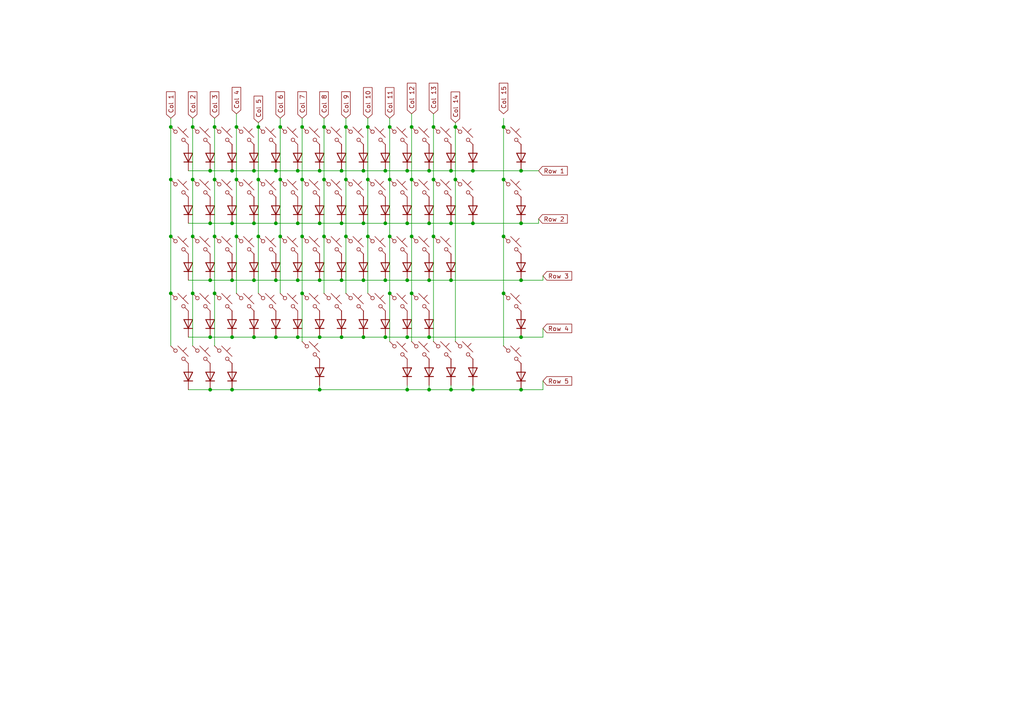
<source format=kicad_sch>
(kicad_sch (version 20250114) (generator "eeschema") (generator_version "9.0")
  (paper "A4")
  (lib_symbols
    (symbol "Diode:1N4148" (pin_numbers (hide yes)) (pin_names (hide yes))
      (property "Reference" "D" (at 0 2.54 0))
      (property "Value" "1N4148" (at 0 -2.54 0))
      (symbol "1N4148_1_1"
        (pin passive line (at -3.81 0 0) (length 2.54) (name "K") (number "1"))
        (pin passive line (at 3.81 0 180) (length 2.54) (name "A") (number "2"))
      )
    )
    (symbol "Switch:SW_Push_45deg" (pin_numbers (hide yes)) (pin_names (offset 1.016) (hide yes))
      (property "Reference" "SW" (at 3.048 1.016 0))
      (property "Value" "SW_Push_45deg" (at 0 -3.81 0))
      (symbol "SW_Push_45deg_0_1"
        (pin passive line (at -2.54 2.54 0) (length 0) (name "1") (number "1"))
        (pin passive line (at 2.54 -2.54 180) (length 0) (name "2") (number "2"))
      )
    )
  )
  (junction (at 118.11 49.53))
  (junction (at 119.38 85.09))
  (junction (at 106.68 36.83))
  (junction (at 105.41 81.28))
  (junction (at 49.53 36.83))
  (junction (at 124.46 113.03))
  (junction (at 124.46 64.77))
  (junction (at 92.71 81.28))
  (junction (at 92.71 97.79))
  (junction (at 86.36 49.53))
  (junction (at 113.03 36.83))
  (junction (at 49.53 85.09))
  (junction (at 55.88 68.58))
  (junction (at 111.76 64.77))
  (junction (at 55.88 36.83))
  (junction (at 124.46 49.53))
  (junction (at 130.81 81.28))
  (junction (at 73.66 64.77))
  (junction (at 49.53 52.07))
  (junction (at 68.58 36.83))
  (junction (at 124.46 97.79))
  (junction (at 125.73 36.83))
  (junction (at 87.63 85.09))
  (junction (at 62.23 36.83))
  (junction (at 86.36 97.79))
  (junction (at 73.66 49.53))
  (junction (at 80.01 49.53))
  (junction (at 80.01 81.28))
  (junction (at 130.81 113.03))
  (junction (at 151.13 81.28))
  (junction (at 100.33 36.83))
  (junction (at 119.38 36.83))
  (junction (at 125.73 68.58))
  (junction (at 118.11 64.77))
  (junction (at 146.05 85.09))
  (junction (at 99.06 49.53))
  (junction (at 67.31 49.53))
  (junction (at 87.63 36.83))
  (junction (at 60.96 64.77))
  (junction (at 62.23 52.07))
  (junction (at 132.08 52.07))
  (junction (at 74.93 36.83))
  (junction (at 111.76 81.28))
  (junction (at 132.08 36.83))
  (junction (at 99.06 64.77))
  (junction (at 80.01 97.79))
  (junction (at 105.41 97.79))
  (junction (at 137.16 64.77))
  (junction (at 119.38 52.07))
  (junction (at 113.03 85.09))
  (junction (at 151.13 113.03))
  (junction (at 74.93 52.07))
  (junction (at 146.05 68.58))
  (junction (at 130.81 49.53))
  (junction (at 73.66 97.79))
  (junction (at 111.76 97.79))
  (junction (at 100.33 52.07))
  (junction (at 55.88 52.07))
  (junction (at 93.98 52.07))
  (junction (at 55.88 85.09))
  (junction (at 80.01 64.77))
  (junction (at 60.96 113.03))
  (junction (at 60.96 49.53))
  (junction (at 146.05 36.83))
  (junction (at 113.03 52.07))
  (junction (at 81.28 68.58))
  (junction (at 99.06 81.28))
  (junction (at 81.28 52.07))
  (junction (at 106.68 68.58))
  (junction (at 67.31 64.77))
  (junction (at 118.11 97.79))
  (junction (at 137.16 113.03))
  (junction (at 60.96 81.28))
  (junction (at 151.13 64.77))
  (junction (at 113.03 68.58))
  (junction (at 92.71 64.77))
  (junction (at 105.41 64.77))
  (junction (at 93.98 36.83))
  (junction (at 118.11 81.28))
  (junction (at 105.41 49.53))
  (junction (at 68.58 52.07))
  (junction (at 62.23 85.09))
  (junction (at 137.16 49.53))
  (junction (at 92.71 49.53))
  (junction (at 87.63 68.58))
  (junction (at 87.63 52.07))
  (junction (at 106.68 52.07))
  (junction (at 74.93 68.58))
  (junction (at 67.31 81.28))
  (junction (at 124.46 81.28))
  (junction (at 125.73 52.07))
  (junction (at 93.98 68.58))
  (junction (at 67.31 113.03))
  (junction (at 111.76 49.53))
  (junction (at 118.11 113.03))
  (junction (at 62.23 68.58))
  (junction (at 68.58 68.58))
  (junction (at 60.96 97.79))
  (junction (at 86.36 64.77))
  (junction (at 67.31 97.79))
  (junction (at 130.81 64.77))
  (junction (at 86.36 81.28))
  (junction (at 92.71 113.03))
  (junction (at 99.06 97.79))
  (junction (at 100.33 68.58))
  (junction (at 151.13 97.79))
  (junction (at 146.05 52.07))
  (junction (at 119.38 68.58))
  (junction (at 81.28 36.83))
  (junction (at 151.13 49.53))
  (junction (at 73.66 81.28))
  (junction (at 49.53 68.58))
  (wire (pts (xy 130.81 64.77) (xy 137.16 64.77)))
  (wire (pts (xy 146.05 68.58) (xy 146.05 85.09)))
  (wire (pts (xy 119.38 52.07) (xy 119.38 68.58)))
  (wire (pts (xy 67.31 113.03) (xy 92.71 113.03)))
  (wire (pts (xy 80.01 81.28) (xy 86.36 81.28)))
  (wire (pts (xy 81.28 68.58) (xy 81.28 85.09)))
  (wire (pts (xy 118.11 49.53) (xy 124.46 49.53)))
  (wire (pts (xy 146.05 36.83) (xy 146.05 52.07)))
  (wire (pts (xy 111.76 49.53) (xy 118.11 49.53)))
  (wire (pts (xy 151.13 49.53) (xy 156.21 49.53)))
  (wire (pts (xy 92.71 111.76) (xy 92.71 113.03)))
  (wire (pts (xy 118.11 64.77) (xy 124.46 64.77)))
  (wire (pts (xy 118.11 113.03) (xy 124.46 113.03)))
  (wire (pts (xy 62.23 85.09) (xy 62.23 100.33)))
  (wire (pts (xy 99.06 97.79) (xy 105.41 97.79)))
  (wire (pts (xy 73.66 81.28) (xy 80.01 81.28)))
  (wire (pts (xy 93.98 36.83) (xy 93.98 52.07)))
  (wire (pts (xy 105.41 97.79) (xy 111.76 97.79)))
  (wire (pts (xy 87.63 34.29) (xy 87.63 36.83)))
  (wire (pts (xy 74.93 36.83) (xy 74.93 52.07)))
  (wire (pts (xy 137.16 64.77) (xy 151.13 64.77)))
  (wire (pts (xy 157.48 95.25) (xy 157.48 97.79)))
  (wire (pts (xy 86.36 97.79) (xy 92.71 97.79)))
  (wire (pts (xy 118.11 111.76) (xy 118.11 113.03)))
  (wire (pts (xy 151.13 64.77) (xy 156.21 64.77)))
  (wire (pts (xy 106.68 52.07) (xy 106.68 68.58)))
  (wire (pts (xy 137.16 111.76) (xy 137.16 113.03)))
  (wire (pts (xy 113.03 85.09) (xy 113.03 99.06)))
  (wire (pts (xy 124.46 64.77) (xy 130.81 64.77)))
  (wire (pts (xy 111.76 97.79) (xy 118.11 97.79)))
  (wire (pts (xy 119.38 36.83) (xy 119.38 52.07)))
  (wire (pts (xy 124.46 81.28) (xy 130.81 81.28)))
  (wire (pts (xy 80.01 49.53) (xy 86.36 49.53)))
  (wire (pts (xy 106.68 36.83) (xy 106.68 52.07)))
  (wire (pts (xy 67.31 81.28) (xy 73.66 81.28)))
  (wire (pts (xy 68.58 33.02) (xy 68.58 36.83)))
  (wire (pts (xy 92.71 49.53) (xy 99.06 49.53)))
  (wire (pts (xy 118.11 97.79) (xy 124.46 97.79)))
  (wire (pts (xy 73.66 97.79) (xy 80.01 97.79)))
  (wire (pts (xy 55.88 36.83) (xy 55.88 52.07)))
  (wire (pts (xy 54.61 113.03) (xy 60.96 113.03)))
  (wire (pts (xy 92.71 97.79) (xy 99.06 97.79)))
  (wire (pts (xy 130.81 81.28) (xy 151.13 81.28)))
  (wire (pts (xy 54.61 81.28) (xy 60.96 81.28)))
  (wire (pts (xy 93.98 34.29) (xy 93.98 36.83)))
  (wire (pts (xy 55.88 85.09) (xy 55.88 100.33)))
  (wire (pts (xy 74.93 68.58) (xy 74.93 85.09)))
  (wire (pts (xy 146.05 85.09) (xy 146.05 100.33)))
  (wire (pts (xy 62.23 34.29) (xy 62.23 36.83)))
  (wire (pts (xy 81.28 36.83) (xy 81.28 52.07)))
  (wire (pts (xy 99.06 49.53) (xy 105.41 49.53)))
  (wire (pts (xy 62.23 68.58) (xy 62.23 85.09)))
  (wire (pts (xy 111.76 64.77) (xy 118.11 64.77)))
  (wire (pts (xy 87.63 68.58) (xy 87.63 85.09)))
  (wire (pts (xy 124.46 49.53) (xy 130.81 49.53)))
  (wire (pts (xy 67.31 97.79) (xy 73.66 97.79)))
  (wire (pts (xy 49.53 85.09) (xy 49.53 100.33)))
  (wire (pts (xy 86.36 64.77) (xy 92.71 64.77)))
  (wire (pts (xy 119.38 33.02) (xy 119.38 36.83)))
  (wire (pts (xy 105.41 81.28) (xy 111.76 81.28)))
  (wire (pts (xy 113.03 52.07) (xy 113.03 68.58)))
  (wire (pts (xy 86.36 81.28) (xy 92.71 81.28)))
  (wire (pts (xy 100.33 34.29) (xy 100.33 36.83)))
  (wire (pts (xy 55.88 34.29) (xy 55.88 36.83)))
  (wire (pts (xy 73.66 64.77) (xy 80.01 64.77)))
  (wire (pts (xy 105.41 49.53) (xy 111.76 49.53)))
  (wire (pts (xy 93.98 68.58) (xy 93.98 85.09)))
  (wire (pts (xy 60.96 49.53) (xy 67.31 49.53)))
  (wire (pts (xy 156.21 63.5) (xy 156.21 64.77)))
  (wire (pts (xy 81.28 34.29) (xy 81.28 36.83)))
  (wire (pts (xy 92.71 113.03) (xy 118.11 113.03)))
  (wire (pts (xy 67.31 49.53) (xy 73.66 49.53)))
  (wire (pts (xy 68.58 52.07) (xy 68.58 68.58)))
  (wire (pts (xy 67.31 64.77) (xy 73.66 64.77)))
  (wire (pts (xy 124.46 113.03) (xy 130.81 113.03)))
  (wire (pts (xy 157.48 80.01) (xy 157.48 81.28)))
  (wire (pts (xy 62.23 36.83) (xy 62.23 52.07)))
  (wire (pts (xy 118.11 81.28) (xy 124.46 81.28)))
  (wire (pts (xy 130.81 111.76) (xy 130.81 113.03)))
  (wire (pts (xy 119.38 68.58) (xy 119.38 85.09)))
  (wire (pts (xy 92.71 64.77) (xy 99.06 64.77)))
  (wire (pts (xy 151.13 81.28) (xy 157.48 81.28)))
  (wire (pts (xy 106.68 68.58) (xy 106.68 85.09)))
  (wire (pts (xy 100.33 36.83) (xy 100.33 52.07)))
  (wire (pts (xy 86.36 49.53) (xy 92.71 49.53)))
  (wire (pts (xy 54.61 49.53) (xy 60.96 49.53)))
  (wire (pts (xy 146.05 34.29) (xy 146.05 36.83)))
  (wire (pts (xy 137.16 113.03) (xy 151.13 113.03)))
  (wire (pts (xy 151.13 97.79) (xy 157.48 97.79)))
  (wire (pts (xy 132.08 52.07) (xy 132.08 99.06)))
  (wire (pts (xy 60.96 81.28) (xy 67.31 81.28)))
  (wire (pts (xy 125.73 52.07) (xy 125.73 68.58)))
  (wire (pts (xy 111.76 81.28) (xy 118.11 81.28)))
  (wire (pts (xy 49.53 34.29) (xy 49.53 36.83)))
  (wire (pts (xy 132.08 36.83) (xy 132.08 52.07)))
  (wire (pts (xy 49.53 68.58) (xy 49.53 85.09)))
  (wire (pts (xy 105.41 64.77) (xy 111.76 64.77)))
  (wire (pts (xy 92.71 81.28) (xy 99.06 81.28)))
  (wire (pts (xy 60.96 113.03) (xy 67.31 113.03)))
  (wire (pts (xy 132.08 35.56) (xy 132.08 36.83)))
  (wire (pts (xy 74.93 52.07) (xy 74.93 68.58)))
  (wire (pts (xy 99.06 64.77) (xy 105.41 64.77)))
  (wire (pts (xy 55.88 68.58) (xy 55.88 85.09)))
  (wire (pts (xy 99.06 81.28) (xy 105.41 81.28)))
  (wire (pts (xy 62.23 52.07) (xy 62.23 68.58)))
  (wire (pts (xy 125.73 68.58) (xy 125.73 99.06)))
  (wire (pts (xy 124.46 111.76) (xy 124.46 113.03)))
  (wire (pts (xy 100.33 68.58) (xy 100.33 85.09)))
  (wire (pts (xy 49.53 36.83) (xy 49.53 52.07)))
  (wire (pts (xy 73.66 49.53) (xy 80.01 49.53)))
  (wire (pts (xy 60.96 64.77) (xy 67.31 64.77)))
  (wire (pts (xy 54.61 64.77) (xy 60.96 64.77)))
  (wire (pts (xy 55.88 52.07) (xy 55.88 68.58)))
  (wire (pts (xy 87.63 52.07) (xy 87.63 68.58)))
  (wire (pts (xy 93.98 52.07) (xy 93.98 68.58)))
  (wire (pts (xy 137.16 49.53) (xy 151.13 49.53)))
  (wire (pts (xy 113.03 36.83) (xy 113.03 52.07)))
  (wire (pts (xy 125.73 36.83) (xy 125.73 33.02)))
  (wire (pts (xy 124.46 97.79) (xy 151.13 97.79)))
  (wire (pts (xy 74.93 35.56) (xy 74.93 36.83)))
  (wire (pts (xy 119.38 85.09) (xy 119.38 99.06)))
  (wire (pts (xy 81.28 52.07) (xy 81.28 68.58)))
  (wire (pts (xy 54.61 97.79) (xy 60.96 97.79)))
  (wire (pts (xy 113.03 34.29) (xy 113.03 36.83)))
  (wire (pts (xy 113.03 68.58) (xy 113.03 85.09)))
  (wire (pts (xy 60.96 97.79) (xy 67.31 97.79)))
  (wire (pts (xy 130.81 49.53) (xy 137.16 49.53)))
  (wire (pts (xy 87.63 36.83) (xy 87.63 52.07)))
  (wire (pts (xy 100.33 52.07) (xy 100.33 68.58)))
  (wire (pts (xy 130.81 113.03) (xy 137.16 113.03)))
  (wire (pts (xy 87.63 85.09) (xy 87.63 99.06)))
  (wire (pts (xy 80.01 97.79) (xy 86.36 97.79)))
  (wire (pts (xy 68.58 36.83) (xy 68.58 52.07)))
  (wire (pts (xy 68.58 68.58) (xy 68.58 85.09)))
  (wire (pts (xy 157.48 110.49) (xy 157.48 113.03)))
  (wire (pts (xy 106.68 34.29) (xy 106.68 36.83)))
  (wire (pts (xy 146.05 52.07) (xy 146.05 68.58)))
  (wire (pts (xy 49.53 52.07) (xy 49.53 68.58)))
  (wire (pts (xy 125.73 36.83) (xy 125.73 52.07)))
  (wire (pts (xy 80.01 64.77) (xy 86.36 64.77)))
  (wire (pts (xy 151.13 113.03) (xy 157.48 113.03)))
  (global_label "Col 8" (shape input) (at 93.98 34.29 90) (property "Intersheetrefs" "${INTERSHEET_REFS}" (effects (hide yes))))
  (global_label "Col 5" (shape input) (at 74.93 35.56 90) (property "Intersheetrefs" "${INTERSHEET_REFS}" (effects (hide yes))))
  (global_label "Col 11" (shape input) (at 113.03 34.29 90) (property "Intersheetrefs" "${INTERSHEET_REFS}" (effects (hide yes))))
  (global_label "Col 15" (shape input) (at 146.05 33.02 90) (property "Intersheetrefs" "${INTERSHEET_REFS}" (effects (hide yes))))
  (global_label "Col 1" (shape input) (at 49.53 34.29 90) (property "Intersheetrefs" "${INTERSHEET_REFS}" (effects (hide yes))))
  (global_label "Row 1" (shape input) (at 156.21 49.53 0) (property "Intersheetrefs" "${INTERSHEET_REFS}" (effects (hide yes))))
  (global_label "Col 14" (shape input) (at 132.08 35.56 90) (property "Intersheetrefs" "${INTERSHEET_REFS}" (effects (hide yes))))
  (global_label "Col 2" (shape input) (at 55.88 34.29 90) (property "Intersheetrefs" "${INTERSHEET_REFS}" (effects (hide yes))))
  (global_label "Row 2" (shape input) (at 156.21 63.5 0) (property "Intersheetrefs" "${INTERSHEET_REFS}" (effects (hide yes))))
  (global_label "Col 12" (shape input) (at 119.38 33.02 90) (property "Intersheetrefs" "${INTERSHEET_REFS}" (effects (hide yes))))
  (global_label "Col 6" (shape input) (at 81.28 34.29 90) (property "Intersheetrefs" "${INTERSHEET_REFS}" (effects (hide yes))))
  (global_label "Col 3" (shape input) (at 62.23 34.29 90) (property "Intersheetrefs" "${INTERSHEET_REFS}" (effects (hide yes))))
  (global_label "Row 3" (shape input) (at 157.48 80.01 0) (property "Intersheetrefs" "${INTERSHEET_REFS}" (effects (hide yes))))
  (global_label "Col 4" (shape input) (at 68.58 33.02 90) (property "Intersheetrefs" "${INTERSHEET_REFS}" (effects (hide yes))))
  (global_label "Col 7" (shape input) (at 87.63 34.29 90) (property "Intersheetrefs" "${INTERSHEET_REFS}" (effects (hide yes))))
  (global_label "Col 9" (shape input) (at 100.33 34.29 90) (property "Intersheetrefs" "${INTERSHEET_REFS}" (effects (hide yes))))
  (global_label "Col 13" (shape input) (at 125.73 33.02 90) (property "Intersheetrefs" "${INTERSHEET_REFS}" (effects (hide yes))))
  (global_label "Col 10" (shape input) (at 106.68 34.29 90) (property "Intersheetrefs" "${INTERSHEET_REFS}" (effects (hide yes))))
  (global_label "Row 4" (shape input) (at 157.48 95.25 0) (property "Intersheetrefs" "${INTERSHEET_REFS}" (effects (hide yes))))
  (global_label "Row 5" (shape input) (at 157.48 110.49 0) (property "Intersheetrefs" "${INTERSHEET_REFS}" (effects (hide yes))))
  (symbol (lib_id "Diode:1N4148") (at 118.11 107.95 90) (unit 1)
    (property "Reference" "D65" (effects (hide yes)))
    (property "Value" "1N4148" (effects (hide yes)))
    (property "Footprint" "Diode_THT:D_DO-35_SOD27_P7.62mm_Horizontal" (effects (hide yes)))
    (property "Datasheet" "https://assets.nexperia.com/documents/data-sheet/1N4148_1N4448.pdf" (effects (hide yes)))
    (property "Description" "100V 0.15A standard switching diode, DO-35" (effects (hide yes)))
    (property "Sim.Device" "D" (effects (hide yes)))
    (property "Sim.Pins" "1=K 2=A" (effects (hide yes)))
  )
  (symbol (lib_id "Switch:SW_Push_45deg") (at 128.27 39.37 0) (unit 1)
    (property "Reference" "SW58" (effects (hide yes)))
    (property "Value" "SW_Push_45deg" (effects (hide yes)))
    (property "Footprint" "MX_Hotswap:MX-Hotswap-1U" (effects (hide yes)))
    (property "Description" "Push button switch, normally open, two pins, 45° tilted" (effects (hide yes)))
  )
  (symbol (lib_id "Diode:1N4148") (at 130.81 107.95 90) (unit 1)
    (property "Reference" "D67" (effects (hide yes)))
    (property "Value" "1N4148" (effects (hide yes)))
    (property "Footprint" "Diode_THT:D_DO-35_SOD27_P7.62mm_Horizontal" (effects (hide yes)))
    (property "Datasheet" "https://assets.nexperia.com/documents/data-sheet/1N4148_1N4448.pdf" (effects (hide yes)))
    (property "Description" "100V 0.15A standard switching diode, DO-35" (effects (hide yes)))
    (property "Sim.Device" "D" (effects (hide yes)))
    (property "Sim.Pins" "1=K 2=A" (effects (hide yes)))
  )
  (symbol (lib_id "Switch:SW_Push_45deg") (at 109.22 87.63 0) (unit 1)
    (property "Reference" "SW40" (effects (hide yes)))
    (property "Value" "SW_Push_45deg" (effects (hide yes)))
    (property "Footprint" "MX_Hotswap:MX-Hotswap-1U" (effects (hide yes)))
    (property "Description" "Push button switch, normally open, two pins, 45° tilted" (effects (hide yes)))
  )
  (symbol (lib_id "Diode:1N4148") (at 80.01 77.47 90) (unit 1)
    (property "Reference" "D20" (effects (hide yes)))
    (property "Value" "1N4148" (effects (hide yes)))
    (property "Footprint" "Diode_THT:D_DO-35_SOD27_P7.62mm_Horizontal" (effects (hide yes)))
    (property "Datasheet" "https://assets.nexperia.com/documents/data-sheet/1N4148_1N4448.pdf" (effects (hide yes)))
    (property "Description" "100V 0.15A standard switching diode, DO-35" (effects (hide yes)))
    (property "Sim.Device" "D" (effects (hide yes)))
    (property "Sim.Pins" "1=K 2=A" (effects (hide yes)))
  )
  (symbol (lib_id "Switch:SW_Push_45deg") (at 64.77 71.12 0) (unit 1)
    (property "Reference" "SW18" (effects (hide yes)))
    (property "Value" "SW_Push_45deg" (effects (hide yes)))
    (property "Footprint" "MX_Hotswap:MX-Hotswap-1U" (effects (hide yes)))
    (property "Description" "Push button switch, normally open, two pins, 45° tilted" (effects (hide yes)))
  )
  (symbol (lib_id "Switch:SW_Push_45deg") (at 52.07 71.12 0) (unit 1)
    (property "Reference" "SW16" (effects (hide yes)))
    (property "Value" "SW_Push_45deg" (effects (hide yes)))
    (property "Footprint" "MX_Hotswap:MX-Hotswap-1.75U" (effects (hide yes)))
    (property "Description" "Push button switch, normally open, two pins, 45° tilted" (effects (hide yes)))
  )
  (symbol (lib_id "Switch:SW_Push_45deg") (at 115.57 101.6 0) (unit 1)
    (property "Reference" "SW65" (effects (hide yes)))
    (property "Value" "SW_Push_45deg" (effects (hide yes)))
    (property "Footprint" "MX_Hotswap:MX-Hotswap-1.25U" (effects (hide yes)))
    (property "Description" "Push button switch, normally open, two pins, 45° tilted" (effects (hide yes)))
  )
  (symbol (lib_id "Diode:1N4148") (at 80.01 45.72 90) (unit 1)
    (property "Reference" "D50" (effects (hide yes)))
    (property "Value" "1N4148" (effects (hide yes)))
    (property "Footprint" "Diode_THT:D_DO-35_SOD27_P7.62mm_Horizontal" (effects (hide yes)))
    (property "Datasheet" "https://assets.nexperia.com/documents/data-sheet/1N4148_1N4448.pdf" (effects (hide yes)))
    (property "Description" "100V 0.15A standard switching diode, DO-35" (effects (hide yes)))
    (property "Sim.Device" "D" (effects (hide yes)))
    (property "Sim.Pins" "1=K 2=A" (effects (hide yes)))
  )
  (symbol (lib_id "Diode:1N4148") (at 124.46 107.95 90) (unit 1)
    (property "Reference" "D66" (effects (hide yes)))
    (property "Value" "1N4148" (effects (hide yes)))
    (property "Footprint" "Diode_THT:D_DO-35_SOD27_P7.62mm_Horizontal" (effects (hide yes)))
    (property "Datasheet" "https://assets.nexperia.com/documents/data-sheet/1N4148_1N4448.pdf" (effects (hide yes)))
    (property "Description" "100V 0.15A standard switching diode, DO-35" (effects (hide yes)))
    (property "Sim.Device" "D" (effects (hide yes)))
    (property "Sim.Pins" "1=K 2=A" (effects (hide yes)))
  )
  (symbol (lib_id "Switch:SW_Push_45deg") (at 58.42 71.12 0) (unit 1)
    (property "Reference" "SW17" (effects (hide yes)))
    (property "Value" "SW_Push_45deg" (effects (hide yes)))
    (property "Footprint" "MX_Hotswap:MX-Hotswap-1U" (effects (hide yes)))
    (property "Description" "Push button switch, normally open, two pins, 45° tilted" (effects (hide yes)))
  )
  (symbol (lib_id "Switch:SW_Push_45deg") (at 58.42 54.61 0) (unit 1)
    (property "Reference" "SW2" (effects (hide yes)))
    (property "Value" "SW_Push_45deg" (effects (hide yes)))
    (property "Footprint" "MX_Hotswap:MX-Hotswap-1U" (effects (hide yes)))
    (property "Description" "Push button switch, normally open, two pins, 45° tilted" (effects (hide yes)))
  )
  (symbol (lib_id "Switch:SW_Push_45deg") (at 90.17 101.6 0) (unit 1)
    (property "Reference" "SW64" (effects (hide yes)))
    (property "Value" "SW_Push_45deg" (effects (hide yes)))
    (property "Footprint" "MX_Hotswap:MX-Hotswap-6.25U-ReversedStabilizers" (effects (hide yes)))
    (property "Description" "Push button switch, normally open, two pins, 45° tilted" (effects (hide yes)))
  )
  (symbol (lib_id "Switch:SW_Push_45deg") (at 115.57 39.37 0) (unit 1)
    (property "Reference" "SW56" (effects (hide yes)))
    (property "Value" "SW_Push_45deg" (effects (hide yes)))
    (property "Footprint" "MX_Hotswap:MX-Hotswap-1U" (effects (hide yes)))
    (property "Description" "Push button switch, normally open, two pins, 45° tilted" (effects (hide yes)))
  )
  (symbol (lib_id "Diode:1N4148") (at 105.41 45.72 90) (unit 1)
    (property "Reference" "D54" (effects (hide yes)))
    (property "Value" "1N4148" (effects (hide yes)))
    (property "Footprint" "Diode_THT:D_DO-35_SOD27_P7.62mm_Horizontal" (effects (hide yes)))
    (property "Datasheet" "https://assets.nexperia.com/documents/data-sheet/1N4148_1N4448.pdf" (effects (hide yes)))
    (property "Description" "100V 0.15A standard switching diode, DO-35" (effects (hide yes)))
    (property "Sim.Device" "D" (effects (hide yes)))
    (property "Sim.Pins" "1=K 2=A" (effects (hide yes)))
  )
  (symbol (lib_id "Diode:1N4148") (at 67.31 60.96 90) (unit 1)
    (property "Reference" "D3" (effects (hide yes)))
    (property "Value" "1N4148" (effects (hide yes)))
    (property "Footprint" "Diode_THT:D_DO-35_SOD27_P7.62mm_Horizontal" (effects (hide yes)))
    (property "Datasheet" "https://assets.nexperia.com/documents/data-sheet/1N4148_1N4448.pdf" (effects (hide yes)))
    (property "Description" "100V 0.15A standard switching diode, DO-35" (effects (hide yes)))
    (property "Sim.Device" "D" (effects (hide yes)))
    (property "Sim.Pins" "1=K 2=A" (effects (hide yes)))
  )
  (symbol (lib_id "Diode:1N4148") (at 130.81 45.72 90) (unit 1)
    (property "Reference" "D58" (effects (hide yes)))
    (property "Value" "1N4148" (effects (hide yes)))
    (property "Footprint" "Diode_THT:D_DO-35_SOD27_P7.62mm_Horizontal" (effects (hide yes)))
    (property "Datasheet" "https://assets.nexperia.com/documents/data-sheet/1N4148_1N4448.pdf" (effects (hide yes)))
    (property "Description" "100V 0.15A standard switching diode, DO-35" (effects (hide yes)))
    (property "Sim.Device" "D" (effects (hide yes)))
    (property "Sim.Pins" "1=K 2=A" (effects (hide yes)))
  )
  (symbol (lib_id "Diode:1N4148") (at 137.16 45.72 90) (unit 1)
    (property "Reference" "D59" (effects (hide yes)))
    (property "Value" "1N4148" (effects (hide yes)))
    (property "Footprint" "Diode_THT:D_DO-35_SOD27_P7.62mm_Horizontal" (effects (hide yes)))
    (property "Datasheet" "https://assets.nexperia.com/documents/data-sheet/1N4148_1N4448.pdf" (effects (hide yes)))
    (property "Description" "100V 0.15A standard switching diode, DO-35" (effects (hide yes)))
    (property "Sim.Device" "D" (effects (hide yes)))
    (property "Sim.Pins" "1=K 2=A" (effects (hide yes)))
  )
  (symbol (lib_id "Switch:SW_Push_45deg") (at 109.22 54.61 0) (unit 1)
    (property "Reference" "SW10" (effects (hide yes)))
    (property "Value" "SW_Push_45deg" (effects (hide yes)))
    (property "Footprint" "MX_Hotswap:MX-Hotswap-1U" (effects (hide yes)))
    (property "Description" "Push button switch, normally open, two pins, 45° tilted" (effects (hide yes)))
  )
  (symbol (lib_id "Switch:SW_Push_45deg") (at 134.62 101.6 0) (unit 1)
    (property "Reference" "SW68" (effects (hide yes)))
    (property "Value" "SW_Push_45deg" (effects (hide yes)))
    (property "Footprint" "MX_Hotswap:MX-Hotswap-1.25U" (effects (hide yes)))
    (property "Description" "Push button switch, normally open, two pins, 45° tilted" (effects (hide yes)))
  )
  (symbol (lib_id "Diode:1N4148") (at 80.01 93.98 90) (unit 1)
    (property "Reference" "D35" (effects (hide yes)))
    (property "Value" "1N4148" (effects (hide yes)))
    (property "Footprint" "Diode_THT:D_DO-35_SOD27_P7.62mm_Horizontal" (effects (hide yes)))
    (property "Datasheet" "https://assets.nexperia.com/documents/data-sheet/1N4148_1N4448.pdf" (effects (hide yes)))
    (property "Description" "100V 0.15A standard switching diode, DO-35" (effects (hide yes)))
    (property "Sim.Device" "D" (effects (hide yes)))
    (property "Sim.Pins" "1=K 2=A" (effects (hide yes)))
  )
  (symbol (lib_id "Diode:1N4148") (at 86.36 45.72 90) (unit 1)
    (property "Reference" "D51" (effects (hide yes)))
    (property "Value" "1N4148" (effects (hide yes)))
    (property "Footprint" "Diode_THT:D_DO-35_SOD27_P7.62mm_Horizontal" (effects (hide yes)))
    (property "Datasheet" "https://assets.nexperia.com/documents/data-sheet/1N4148_1N4448.pdf" (effects (hide yes)))
    (property "Description" "100V 0.15A standard switching diode, DO-35" (effects (hide yes)))
    (property "Sim.Device" "D" (effects (hide yes)))
    (property "Sim.Pins" "1=K 2=A" (effects (hide yes)))
  )
  (symbol (lib_id "Switch:SW_Push_45deg") (at 109.22 39.37 0) (unit 1)
    (property "Reference" "SW55" (effects (hide yes)))
    (property "Value" "SW_Push_45deg" (effects (hide yes)))
    (property "Footprint" "MX_Hotswap:MX-Hotswap-1U" (effects (hide yes)))
    (property "Description" "Push button switch, normally open, two pins, 45° tilted" (effects (hide yes)))
  )
  (symbol (lib_id "Switch:SW_Push_45deg") (at 96.52 71.12 0) (unit 1)
    (property "Reference" "SW23" (effects (hide yes)))
    (property "Value" "SW_Push_45deg" (effects (hide yes)))
    (property "Footprint" "MX_Hotswap:MX-Hotswap-1U" (effects (hide yes)))
    (property "Description" "Push button switch, normally open, two pins, 45° tilted" (effects (hide yes)))
  )
  (symbol (lib_id "Switch:SW_Push_45deg") (at 90.17 39.37 0) (unit 1)
    (property "Reference" "SW52" (effects (hide yes)))
    (property "Value" "SW_Push_45deg" (effects (hide yes)))
    (property "Footprint" "MX_Hotswap:MX-Hotswap-1U" (effects (hide yes)))
    (property "Description" "Push button switch, normally open, two pins, 45° tilted" (effects (hide yes)))
  )
  (symbol (lib_id "Switch:SW_Push_45deg") (at 90.17 54.61 0) (unit 1)
    (property "Reference" "SW7" (effects (hide yes)))
    (property "Value" "SW_Push_45deg" (effects (hide yes)))
    (property "Footprint" "MX_Hotswap:MX-Hotswap-1U" (effects (hide yes)))
    (property "Description" "Push button switch, normally open, two pins, 45° tilted" (effects (hide yes)))
  )
  (symbol (lib_id "Switch:SW_Push_45deg") (at 77.47 71.12 0) (unit 1)
    (property "Reference" "SW20" (effects (hide yes)))
    (property "Value" "SW_Push_45deg" (effects (hide yes)))
    (property "Footprint" "MX_Hotswap:MX-Hotswap-1U" (effects (hide yes)))
    (property "Description" "Push button switch, normally open, two pins, 45° tilted" (effects (hide yes)))
  )
  (symbol (lib_id "Diode:1N4148") (at 86.36 60.96 90) (unit 1)
    (property "Reference" "D6" (effects (hide yes)))
    (property "Value" "1N4148" (effects (hide yes)))
    (property "Footprint" "Diode_THT:D_DO-35_SOD27_P7.62mm_Horizontal" (effects (hide yes)))
    (property "Datasheet" "https://assets.nexperia.com/documents/data-sheet/1N4148_1N4448.pdf" (effects (hide yes)))
    (property "Description" "100V 0.15A standard switching diode, DO-35" (effects (hide yes)))
    (property "Sim.Device" "D" (effects (hide yes)))
    (property "Sim.Pins" "1=K 2=A" (effects (hide yes)))
  )
  (symbol (lib_id "Diode:1N4148") (at 118.11 93.98 90) (unit 1)
    (property "Reference" "D41" (effects (hide yes)))
    (property "Value" "1N4148" (effects (hide yes)))
    (property "Footprint" "Diode_THT:D_DO-35_SOD27_P7.62mm_Horizontal" (effects (hide yes)))
    (property "Datasheet" "https://assets.nexperia.com/documents/data-sheet/1N4148_1N4448.pdf" (effects (hide yes)))
    (property "Description" "100V 0.15A standard switching diode, DO-35" (effects (hide yes)))
    (property "Sim.Device" "D" (effects (hide yes)))
    (property "Sim.Pins" "1=K 2=A" (effects (hide yes)))
  )
  (symbol (lib_id "Switch:SW_Push_45deg") (at 90.17 87.63 0) (unit 1)
    (property "Reference" "SW37" (effects (hide yes)))
    (property "Value" "SW_Push_45deg" (effects (hide yes)))
    (property "Footprint" "MX_Hotswap:MX-Hotswap-1U" (effects (hide yes)))
    (property "Description" "Push button switch, normally open, two pins, 45° tilted" (effects (hide yes)))
  )
  (symbol (lib_id "Diode:1N4148") (at 73.66 93.98 90) (unit 1)
    (property "Reference" "D34" (effects (hide yes)))
    (property "Value" "1N4148" (effects (hide yes)))
    (property "Footprint" "Diode_THT:D_DO-35_SOD27_P7.62mm_Horizontal" (effects (hide yes)))
    (property "Datasheet" "https://assets.nexperia.com/documents/data-sheet/1N4148_1N4448.pdf" (effects (hide yes)))
    (property "Description" "100V 0.15A standard switching diode, DO-35" (effects (hide yes)))
    (property "Sim.Device" "D" (effects (hide yes)))
    (property "Sim.Pins" "1=K 2=A" (effects (hide yes)))
  )
  (symbol (lib_id "Diode:1N4148") (at 73.66 77.47 90) (unit 1)
    (property "Reference" "D19" (effects (hide yes)))
    (property "Value" "1N4148" (effects (hide yes)))
    (property "Footprint" "Diode_THT:D_DO-35_SOD27_P7.62mm_Horizontal" (effects (hide yes)))
    (property "Datasheet" "https://assets.nexperia.com/documents/data-sheet/1N4148_1N4448.pdf" (effects (hide yes)))
    (property "Description" "100V 0.15A standard switching diode, DO-35" (effects (hide yes)))
    (property "Sim.Device" "D" (effects (hide yes)))
    (property "Sim.Pins" "1=K 2=A" (effects (hide yes)))
  )
  (symbol (lib_id "Switch:SW_Push_45deg") (at 71.12 39.37 0) (unit 1)
    (property "Reference" "SW49" (effects (hide yes)))
    (property "Value" "SW_Push_45deg" (effects (hide yes)))
    (property "Footprint" "MX_Hotswap:MX-Hotswap-1U" (effects (hide yes)))
    (property "Description" "Push button switch, normally open, two pins, 45° tilted" (effects (hide yes)))
  )
  (symbol (lib_id "Diode:1N4148") (at 54.61 109.22 90) (unit 1)
    (property "Reference" "D61" (effects (hide yes)))
    (property "Value" "1N4148" (effects (hide yes)))
    (property "Footprint" "Diode_THT:D_DO-35_SOD27_P7.62mm_Horizontal" (effects (hide yes)))
    (property "Datasheet" "https://assets.nexperia.com/documents/data-sheet/1N4148_1N4448.pdf" (effects (hide yes)))
    (property "Description" "100V 0.15A standard switching diode, DO-35" (effects (hide yes)))
    (property "Sim.Device" "D" (effects (hide yes)))
    (property "Sim.Pins" "1=K 2=A" (effects (hide yes)))
  )
  (symbol (lib_id "Diode:1N4148") (at 67.31 109.22 90) (unit 1)
    (property "Reference" "D63" (effects (hide yes)))
    (property "Value" "1N4148" (effects (hide yes)))
    (property "Footprint" "Diode_THT:D_DO-35_SOD27_P7.62mm_Horizontal" (effects (hide yes)))
    (property "Datasheet" "https://assets.nexperia.com/documents/data-sheet/1N4148_1N4448.pdf" (effects (hide yes)))
    (property "Description" "100V 0.15A standard switching diode, DO-35" (effects (hide yes)))
    (property "Sim.Device" "D" (effects (hide yes)))
    (property "Sim.Pins" "1=K 2=A" (effects (hide yes)))
  )
  (symbol (lib_id "Switch:SW_Push_45deg") (at 148.59 102.87 0) (unit 1)
    (property "Reference" "SW75" (effects (hide yes)))
    (property "Value" "SW_Push_45deg" (effects (hide yes)))
    (property "Footprint" "MX_Hotswap:MX-Hotswap-1U" (effects (hide yes)))
    (property "Description" "Push button switch, normally open, two pins, 45° tilted" (effects (hide yes)))
  )
  (symbol (lib_id "Diode:1N4148") (at 99.06 77.47 90) (unit 1)
    (property "Reference" "D23" (effects (hide yes)))
    (property "Value" "1N4148" (effects (hide yes)))
    (property "Footprint" "Diode_THT:D_DO-35_SOD27_P7.62mm_Horizontal" (effects (hide yes)))
    (property "Datasheet" "https://assets.nexperia.com/documents/data-sheet/1N4148_1N4448.pdf" (effects (hide yes)))
    (property "Description" "100V 0.15A standard switching diode, DO-35" (effects (hide yes)))
    (property "Sim.Device" "D" (effects (hide yes)))
    (property "Sim.Pins" "1=K 2=A" (effects (hide yes)))
  )
  (symbol (lib_id "Diode:1N4148") (at 86.36 77.47 90) (unit 1)
    (property "Reference" "D21" (effects (hide yes)))
    (property "Value" "1N4148" (effects (hide yes)))
    (property "Footprint" "Diode_THT:D_DO-35_SOD27_P7.62mm_Horizontal" (effects (hide yes)))
    (property "Datasheet" "https://assets.nexperia.com/documents/data-sheet/1N4148_1N4448.pdf" (effects (hide yes)))
    (property "Description" "100V 0.15A standard switching diode, DO-35" (effects (hide yes)))
    (property "Sim.Device" "D" (effects (hide yes)))
    (property "Sim.Pins" "1=K 2=A" (effects (hide yes)))
  )
  (symbol (lib_id "Diode:1N4148") (at 130.81 77.47 90) (unit 1)
    (property "Reference" "D28" (effects (hide yes)))
    (property "Value" "1N4148" (effects (hide yes)))
    (property "Footprint" "Diode_THT:D_DO-35_SOD27_P7.62mm_Horizontal" (effects (hide yes)))
    (property "Datasheet" "https://assets.nexperia.com/documents/data-sheet/1N4148_1N4448.pdf" (effects (hide yes)))
    (property "Description" "100V 0.15A standard switching diode, DO-35" (effects (hide yes)))
    (property "Sim.Device" "D" (effects (hide yes)))
    (property "Sim.Pins" "1=K 2=A" (effects (hide yes)))
  )
  (symbol (lib_id "Diode:1N4148") (at 124.46 77.47 90) (unit 1)
    (property "Reference" "D27" (effects (hide yes)))
    (property "Value" "1N4148" (effects (hide yes)))
    (property "Footprint" "Diode_THT:D_DO-35_SOD27_P7.62mm_Horizontal" (effects (hide yes)))
    (property "Datasheet" "https://assets.nexperia.com/documents/data-sheet/1N4148_1N4448.pdf" (effects (hide yes)))
    (property "Description" "100V 0.15A standard switching diode, DO-35" (effects (hide yes)))
    (property "Sim.Device" "D" (effects (hide yes)))
    (property "Sim.Pins" "1=K 2=A" (effects (hide yes)))
  )
  (symbol (lib_id "Switch:SW_Push_45deg") (at 115.57 54.61 0) (unit 1)
    (property "Reference" "SW11" (effects (hide yes)))
    (property "Value" "SW_Push_45deg" (effects (hide yes)))
    (property "Footprint" "MX_Hotswap:MX-Hotswap-1U" (effects (hide yes)))
    (property "Description" "Push button switch, normally open, two pins, 45° tilted" (effects (hide yes)))
  )
  (symbol (lib_id "Switch:SW_Push_45deg") (at 115.57 71.12 0) (unit 1)
    (property "Reference" "SW26" (effects (hide yes)))
    (property "Value" "SW_Push_45deg" (effects (hide yes)))
    (property "Footprint" "MX_Hotswap:MX-Hotswap-1U" (effects (hide yes)))
    (property "Description" "Push button switch, normally open, two pins, 45° tilted" (effects (hide yes)))
  )
  (symbol (lib_id "Switch:SW_Push_45deg") (at 128.27 101.6 0) (unit 1)
    (property "Reference" "SW67" (effects (hide yes)))
    (property "Value" "SW_Push_45deg" (effects (hide yes)))
    (property "Footprint" "MX_Hotswap:MX-Hotswap-1.25U" (effects (hide yes)))
    (property "Description" "Push button switch, normally open, two pins, 45° tilted" (effects (hide yes)))
  )
  (symbol (lib_id "Diode:1N4148") (at 73.66 60.96 90) (unit 1)
    (property "Reference" "D4" (effects (hide yes)))
    (property "Value" "1N4148" (effects (hide yes)))
    (property "Footprint" "Diode_THT:D_DO-35_SOD27_P7.62mm_Horizontal" (effects (hide yes)))
    (property "Datasheet" "https://assets.nexperia.com/documents/data-sheet/1N4148_1N4448.pdf" (effects (hide yes)))
    (property "Description" "100V 0.15A standard switching diode, DO-35" (effects (hide yes)))
    (property "Sim.Device" "D" (effects (hide yes)))
    (property "Sim.Pins" "1=K 2=A" (effects (hide yes)))
  )
  (symbol (lib_id "Switch:SW_Push_45deg") (at 77.47 87.63 0) (unit 1)
    (property "Reference" "SW35" (effects (hide yes)))
    (property "Value" "SW_Push_45deg" (effects (hide yes)))
    (property "Footprint" "MX_Hotswap:MX-Hotswap-1U" (effects (hide yes)))
    (property "Description" "Push button switch, normally open, two pins, 45° tilted" (effects (hide yes)))
  )
  (symbol (lib_id "Diode:1N4148") (at 105.41 77.47 90) (unit 1)
    (property "Reference" "D24" (effects (hide yes)))
    (property "Value" "1N4148" (effects (hide yes)))
    (property "Footprint" "Diode_THT:D_DO-35_SOD27_P7.62mm_Horizontal" (effects (hide yes)))
    (property "Datasheet" "https://assets.nexperia.com/documents/data-sheet/1N4148_1N4448.pdf" (effects (hide yes)))
    (property "Description" "100V 0.15A standard switching diode, DO-35" (effects (hide yes)))
    (property "Sim.Device" "D" (effects (hide yes)))
    (property "Sim.Pins" "1=K 2=A" (effects (hide yes)))
  )
  (symbol (lib_id "Switch:SW_Push_45deg") (at 52.07 54.61 0) (unit 1)
    (property "Reference" "SW1" (effects (hide yes)))
    (property "Value" "SW_Push_45deg" (effects (hide yes)))
    (property "Footprint" "MX_Hotswap:MX-Hotswap-1.5U" (effects (hide yes)))
    (property "Description" "Push button switch, normally open, two pins, 45° tilted" (effects (hide yes)))
  )
  (symbol (lib_id "Diode:1N4148") (at 92.71 77.47 90) (unit 1)
    (property "Reference" "D22" (effects (hide yes)))
    (property "Value" "1N4148" (effects (hide yes)))
    (property "Footprint" "Diode_THT:D_DO-35_SOD27_P7.62mm_Horizontal" (effects (hide yes)))
    (property "Datasheet" "https://assets.nexperia.com/documents/data-sheet/1N4148_1N4448.pdf" (effects (hide yes)))
    (property "Description" "100V 0.15A standard switching diode, DO-35" (effects (hide yes)))
    (property "Sim.Device" "D" (effects (hide yes)))
    (property "Sim.Pins" "1=K 2=A" (effects (hide yes)))
  )
  (symbol (lib_id "Switch:SW_Push_45deg") (at 102.87 54.61 0) (unit 1)
    (property "Reference" "SW9" (effects (hide yes)))
    (property "Value" "SW_Push_45deg" (effects (hide yes)))
    (property "Footprint" "MX_Hotswap:MX-Hotswap-1U" (effects (hide yes)))
    (property "Description" "Push button switch, normally open, two pins, 45° tilted" (effects (hide yes)))
  )
  (symbol (lib_id "Switch:SW_Push_45deg") (at 109.22 71.12 0) (unit 1)
    (property "Reference" "SW25" (effects (hide yes)))
    (property "Value" "SW_Push_45deg" (effects (hide yes)))
    (property "Footprint" "MX_Hotswap:MX-Hotswap-1U" (effects (hide yes)))
    (property "Description" "Push button switch, normally open, two pins, 45° tilted" (effects (hide yes)))
  )
  (symbol (lib_id "Switch:SW_Push_45deg") (at 148.59 54.61 0) (unit 1)
    (property "Reference" "SW15" (effects (hide yes)))
    (property "Value" "SW_Push_45deg" (effects (hide yes)))
    (property "Footprint" "MX_Hotswap:MX-Hotswap-1U" (effects (hide yes)))
    (property "Description" "Push button switch, normally open, two pins, 45° tilted" (effects (hide yes)))
  )
  (symbol (lib_id "Switch:SW_Push_45deg") (at 102.87 39.37 0) (unit 1)
    (property "Reference" "SW54" (effects (hide yes)))
    (property "Value" "SW_Push_45deg" (effects (hide yes)))
    (property "Footprint" "MX_Hotswap:MX-Hotswap-1U" (effects (hide yes)))
    (property "Description" "Push button switch, normally open, two pins, 45° tilted" (effects (hide yes)))
  )
  (symbol (lib_id "Switch:SW_Push_45deg") (at 128.27 71.12 0) (unit 1)
    (property "Reference" "SW28" (effects (hide yes)))
    (property "Value" "SW_Push_45deg" (effects (hide yes)))
    (property "Footprint" "MX_Hotswap:MX-Hotswap-2.25U" (effects (hide yes)))
    (property "Description" "Push button switch, normally open, two pins, 45° tilted" (effects (hide yes)))
  )
  (symbol (lib_id "Switch:SW_Push_45deg") (at 52.07 39.37 0) (unit 1)
    (property "Reference" "SW46" (effects (hide yes)))
    (property "Value" "SW_Push_45deg" (effects (hide yes)))
    (property "Footprint" "MX_Hotswap:MX-Hotswap-1U" (effects (hide yes)))
    (property "Description" "Push button switch, normally open, two pins, 45° tilted" (effects (hide yes)))
  )
  (symbol (lib_id "Switch:SW_Push_45deg") (at 83.82 54.61 0) (unit 1)
    (property "Reference" "SW6" (effects (hide yes)))
    (property "Value" "SW_Push_45deg" (effects (hide yes)))
    (property "Footprint" "MX_Hotswap:MX-Hotswap-1U" (effects (hide yes)))
    (property "Description" "Push button switch, normally open, two pins, 45° tilted" (effects (hide yes)))
  )
  (symbol (lib_id "Switch:SW_Push_45deg") (at 90.17 71.12 0) (unit 1)
    (property "Reference" "SW22" (effects (hide yes)))
    (property "Value" "SW_Push_45deg" (effects (hide yes)))
    (property "Footprint" "MX_Hotswap:MX-Hotswap-1U" (effects (hide yes)))
    (property "Description" "Push button switch, normally open, two pins, 45° tilted" (effects (hide yes)))
  )
  (symbol (lib_id "Diode:1N4148") (at 105.41 60.96 90) (unit 1)
    (property "Reference" "D9" (effects (hide yes)))
    (property "Value" "1N4148" (effects (hide yes)))
    (property "Footprint" "Diode_THT:D_DO-35_SOD27_P7.62mm_Horizontal" (effects (hide yes)))
    (property "Datasheet" "https://assets.nexperia.com/documents/data-sheet/1N4148_1N4448.pdf" (effects (hide yes)))
    (property "Description" "100V 0.15A standard switching diode, DO-35" (effects (hide yes)))
    (property "Sim.Device" "D" (effects (hide yes)))
    (property "Sim.Pins" "1=K 2=A" (effects (hide yes)))
  )
  (symbol (lib_id "Diode:1N4148") (at 92.71 107.95 90) (unit 1)
    (property "Reference" "D64" (effects (hide yes)))
    (property "Value" "1N4148" (effects (hide yes)))
    (property "Footprint" "Diode_THT:D_DO-35_SOD27_P7.62mm_Horizontal" (effects (hide yes)))
    (property "Datasheet" "https://assets.nexperia.com/documents/data-sheet/1N4148_1N4448.pdf" (effects (hide yes)))
    (property "Description" "100V 0.15A standard switching diode, DO-35" (effects (hide yes)))
    (property "Sim.Device" "D" (effects (hide yes)))
    (property "Sim.Pins" "1=K 2=A" (effects (hide yes)))
  )
  (symbol (lib_id "Diode:1N4148") (at 118.11 60.96 90) (unit 1)
    (property "Reference" "D11" (effects (hide yes)))
    (property "Value" "1N4148" (effects (hide yes)))
    (property "Footprint" "Diode_THT:D_DO-35_SOD27_P7.62mm_Horizontal" (effects (hide yes)))
    (property "Datasheet" "https://assets.nexperia.com/documents/data-sheet/1N4148_1N4448.pdf" (effects (hide yes)))
    (property "Description" "100V 0.15A standard switching diode, DO-35" (effects (hide yes)))
    (property "Sim.Device" "D" (effects (hide yes)))
    (property "Sim.Pins" "1=K 2=A" (effects (hide yes)))
  )
  (symbol (lib_id "Diode:1N4148") (at 54.61 93.98 90) (unit 1)
    (property "Reference" "D31" (effects (hide yes)))
    (property "Value" "1N4148" (effects (hide yes)))
    (property "Footprint" "Diode_THT:D_DO-35_SOD27_P7.62mm_Horizontal" (effects (hide yes)))
    (property "Datasheet" "https://assets.nexperia.com/documents/data-sheet/1N4148_1N4448.pdf" (effects (hide yes)))
    (property "Description" "100V 0.15A standard switching diode, DO-35" (effects (hide yes)))
    (property "Sim.Device" "D" (effects (hide yes)))
    (property "Sim.Pins" "1=K 2=A" (effects (hide yes)))
  )
  (symbol (lib_id "Diode:1N4148") (at 124.46 60.96 90) (unit 1)
    (property "Reference" "D12" (effects (hide yes)))
    (property "Value" "1N4148" (effects (hide yes)))
    (property "Footprint" "Diode_THT:D_DO-35_SOD27_P7.62mm_Horizontal" (effects (hide yes)))
    (property "Datasheet" "https://assets.nexperia.com/documents/data-sheet/1N4148_1N4448.pdf" (effects (hide yes)))
    (property "Description" "100V 0.15A standard switching diode, DO-35" (effects (hide yes)))
    (property "Sim.Device" "D" (effects (hide yes)))
    (property "Sim.Pins" "1=K 2=A" (effects (hide yes)))
  )
  (symbol (lib_id "Switch:SW_Push_45deg") (at 121.92 54.61 0) (unit 1)
    (property "Reference" "SW12" (effects (hide yes)))
    (property "Value" "SW_Push_45deg" (effects (hide yes)))
    (property "Footprint" "MX_Hotswap:MX-Hotswap-1U" (effects (hide yes)))
    (property "Description" "Push button switch, normally open, two pins, 45° tilted" (effects (hide yes)))
  )
  (symbol (lib_id "Switch:SW_Push_45deg") (at 134.62 39.37 0) (unit 1)
    (property "Reference" "SW59" (effects (hide yes)))
    (property "Value" "SW_Push_45deg" (effects (hide yes)))
    (property "Footprint" "MX_Hotswap:MX-Hotswap-2U" (effects (hide yes)))
    (property "Description" "Push button switch, normally open, two pins, 45° tilted" (effects (hide yes)))
  )
  (symbol (lib_id "Switch:SW_Push_45deg") (at 96.52 87.63 0) (unit 1)
    (property "Reference" "SW38" (effects (hide yes)))
    (property "Value" "SW_Push_45deg" (effects (hide yes)))
    (property "Footprint" "MX_Hotswap:MX-Hotswap-1U" (effects (hide yes)))
    (property "Description" "Push button switch, normally open, two pins, 45° tilted" (effects (hide yes)))
  )
  (symbol (lib_id "Diode:1N4148") (at 54.61 77.47 90) (unit 1)
    (property "Reference" "D16" (effects (hide yes)))
    (property "Value" "1N4148" (effects (hide yes)))
    (property "Footprint" "Diode_THT:D_DO-35_SOD27_P7.62mm_Horizontal" (effects (hide yes)))
    (property "Datasheet" "https://assets.nexperia.com/documents/data-sheet/1N4148_1N4448.pdf" (effects (hide yes)))
    (property "Description" "100V 0.15A standard switching diode, DO-35" (effects (hide yes)))
    (property "Sim.Device" "D" (effects (hide yes)))
    (property "Sim.Pins" "1=K 2=A" (effects (hide yes)))
  )
  (symbol (lib_id "Diode:1N4148") (at 124.46 93.98 90) (unit 1)
    (property "Reference" "D42" (effects (hide yes)))
    (property "Value" "1N4148" (effects (hide yes)))
    (property "Footprint" "Diode_THT:D_DO-35_SOD27_P7.62mm_Horizontal" (effects (hide yes)))
    (property "Datasheet" "https://assets.nexperia.com/documents/data-sheet/1N4148_1N4448.pdf" (effects (hide yes)))
    (property "Description" "100V 0.15A standard switching diode, DO-35" (effects (hide yes)))
    (property "Sim.Device" "D" (effects (hide yes)))
    (property "Sim.Pins" "1=K 2=A" (effects (hide yes)))
  )
  (symbol (lib_id "Diode:1N4148") (at 111.76 60.96 90) (unit 1)
    (property "Reference" "D10" (effects (hide yes)))
    (property "Value" "1N4148" (effects (hide yes)))
    (property "Footprint" "Diode_THT:D_DO-35_SOD27_P7.62mm_Horizontal" (effects (hide yes)))
    (property "Datasheet" "https://assets.nexperia.com/documents/data-sheet/1N4148_1N4448.pdf" (effects (hide yes)))
    (property "Description" "100V 0.15A standard switching diode, DO-35" (effects (hide yes)))
    (property "Sim.Device" "D" (effects (hide yes)))
    (property "Sim.Pins" "1=K 2=A" (effects (hide yes)))
  )
  (symbol (lib_id "Switch:SW_Push_45deg") (at 71.12 71.12 0) (unit 1)
    (property "Reference" "SW19" (effects (hide yes)))
    (property "Value" "SW_Push_45deg" (effects (hide yes)))
    (property "Footprint" "MX_Hotswap:MX-Hotswap-1U" (effects (hide yes)))
    (property "Description" "Push button switch, normally open, two pins, 45° tilted" (effects (hide yes)))
  )
  (symbol (lib_id "Switch:SW_Push_45deg") (at 102.87 71.12 0) (unit 1)
    (property "Reference" "SW24" (effects (hide yes)))
    (property "Value" "SW_Push_45deg" (effects (hide yes)))
    (property "Footprint" "MX_Hotswap:MX-Hotswap-1U" (effects (hide yes)))
    (property "Description" "Push button switch, normally open, two pins, 45° tilted" (effects (hide yes)))
  )
  (symbol (lib_id "Switch:SW_Push_45deg") (at 148.59 71.12 0) (unit 1)
    (property "Reference" "SW30" (effects (hide yes)))
    (property "Value" "SW_Push_45deg" (effects (hide yes)))
    (property "Footprint" "MX_Hotswap:MX-Hotswap-1U" (effects (hide yes)))
    (property "Description" "Push button switch, normally open, two pins, 45° tilted" (effects (hide yes)))
  )
  (symbol (lib_id "Diode:1N4148") (at 151.13 109.22 90) (unit 1)
    (property "Reference" "D75" (effects (hide yes)))
    (property "Value" "1N4148" (effects (hide yes)))
    (property "Footprint" "Diode_THT:D_DO-35_SOD27_P7.62mm_Horizontal" (effects (hide yes)))
    (property "Datasheet" "https://assets.nexperia.com/documents/data-sheet/1N4148_1N4448.pdf" (effects (hide yes)))
    (property "Description" "100V 0.15A standard switching diode, DO-35" (effects (hide yes)))
    (property "Sim.Device" "D" (effects (hide yes)))
    (property "Sim.Pins" "1=K 2=A" (effects (hide yes)))
  )
  (symbol (lib_id "Diode:1N4148") (at 151.13 93.98 90) (unit 1)
    (property "Reference" "D45" (effects (hide yes)))
    (property "Value" "1N4148" (effects (hide yes)))
    (property "Footprint" "Diode_THT:D_DO-35_SOD27_P7.62mm_Horizontal" (effects (hide yes)))
    (property "Datasheet" "https://assets.nexperia.com/documents/data-sheet/1N4148_1N4448.pdf" (effects (hide yes)))
    (property "Description" "100V 0.15A standard switching diode, DO-35" (effects (hide yes)))
    (property "Sim.Device" "D" (effects (hide yes)))
    (property "Sim.Pins" "1=K 2=A" (effects (hide yes)))
  )
  (symbol (lib_id "Switch:SW_Push_45deg") (at 121.92 39.37 0) (unit 1)
    (property "Reference" "SW57" (effects (hide yes)))
    (property "Value" "SW_Push_45deg" (effects (hide yes)))
    (property "Footprint" "MX_Hotswap:MX-Hotswap-1U" (effects (hide yes)))
    (property "Description" "Push button switch, normally open, two pins, 45° tilted" (effects (hide yes)))
  )
  (symbol (lib_id "Diode:1N4148") (at 80.01 60.96 90) (unit 1)
    (property "Reference" "D5" (effects (hide yes)))
    (property "Value" "1N4148" (effects (hide yes)))
    (property "Footprint" "Diode_THT:D_DO-35_SOD27_P7.62mm_Horizontal" (effects (hide yes)))
    (property "Datasheet" "https://assets.nexperia.com/documents/data-sheet/1N4148_1N4448.pdf" (effects (hide yes)))
    (property "Description" "100V 0.15A standard switching diode, DO-35" (effects (hide yes)))
    (property "Sim.Device" "D" (effects (hide yes)))
    (property "Sim.Pins" "1=K 2=A" (effects (hide yes)))
  )
  (symbol (lib_id "Diode:1N4148") (at 60.96 60.96 90) (unit 1)
    (property "Reference" "D2" (effects (hide yes)))
    (property "Value" "1N4148" (effects (hide yes)))
    (property "Footprint" "Diode_THT:D_DO-35_SOD27_P7.62mm_Horizontal" (effects (hide yes)))
    (property "Datasheet" "https://assets.nexperia.com/documents/data-sheet/1N4148_1N4448.pdf" (effects (hide yes)))
    (property "Description" "100V 0.15A standard switching diode, DO-35" (effects (hide yes)))
    (property "Sim.Device" "D" (effects (hide yes)))
    (property "Sim.Pins" "1=K 2=A" (effects (hide yes)))
  )
  (symbol (lib_id "Switch:SW_Push_45deg") (at 83.82 39.37 0) (unit 1)
    (property "Reference" "SW51" (effects (hide yes)))
    (property "Value" "SW_Push_45deg" (effects (hide yes)))
    (property "Footprint" "MX_Hotswap:MX-Hotswap-1U" (effects (hide yes)))
    (property "Description" "Push button switch, normally open, two pins, 45° tilted" (effects (hide yes)))
  )
  (symbol (lib_id "Switch:SW_Push_45deg") (at 71.12 54.61 0) (unit 1)
    (property "Reference" "SW4" (effects (hide yes)))
    (property "Value" "SW_Push_45deg" (effects (hide yes)))
    (property "Footprint" "MX_Hotswap:MX-Hotswap-1U" (effects (hide yes)))
    (property "Description" "Push button switch, normally open, two pins, 45° tilted" (effects (hide yes)))
  )
  (symbol (lib_id "Diode:1N4148") (at 67.31 45.72 90) (unit 1)
    (property "Reference" "D48" (effects (hide yes)))
    (property "Value" "1N4148" (effects (hide yes)))
    (property "Footprint" "Diode_THT:D_DO-35_SOD27_P7.62mm_Horizontal" (effects (hide yes)))
    (property "Datasheet" "https://assets.nexperia.com/documents/data-sheet/1N4148_1N4448.pdf" (effects (hide yes)))
    (property "Description" "100V 0.15A standard switching diode, DO-35" (effects (hide yes)))
    (property "Sim.Device" "D" (effects (hide yes)))
    (property "Sim.Pins" "1=K 2=A" (effects (hide yes)))
  )
  (symbol (lib_id "Switch:SW_Push_45deg") (at 83.82 87.63 0) (unit 1)
    (property "Reference" "SW36" (effects (hide yes)))
    (property "Value" "SW_Push_45deg" (effects (hide yes)))
    (property "Footprint" "MX_Hotswap:MX-Hotswap-1U" (effects (hide yes)))
    (property "Description" "Push button switch, normally open, two pins, 45° tilted" (effects (hide yes)))
  )
  (symbol (lib_id "Switch:SW_Push_45deg") (at 52.07 102.87 0) (unit 1)
    (property "Reference" "SW61" (effects (hide yes)))
    (property "Value" "SW_Push_45deg" (effects (hide yes)))
    (property "Footprint" "MX_Hotswap:MX-Hotswap-1.25U" (effects (hide yes)))
    (property "Description" "Push button switch, normally open, two pins, 45° tilted" (effects (hide yes)))
  )
  (symbol (lib_id "Switch:SW_Push_45deg") (at 148.59 39.37 0) (unit 1)
    (property "Reference" "SW60" (effects (hide yes)))
    (property "Value" "SW_Push_45deg" (effects (hide yes)))
    (property "Footprint" "MX_Hotswap:MX-Hotswap-1U" (effects (hide yes)))
    (property "Description" "Push button switch, normally open, two pins, 45° tilted" (effects (hide yes)))
  )
  (symbol (lib_id "Diode:1N4148") (at 99.06 93.98 90) (unit 1)
    (property "Reference" "D38" (effects (hide yes)))
    (property "Value" "1N4148" (effects (hide yes)))
    (property "Footprint" "Diode_THT:D_DO-35_SOD27_P7.62mm_Horizontal" (effects (hide yes)))
    (property "Datasheet" "https://assets.nexperia.com/documents/data-sheet/1N4148_1N4448.pdf" (effects (hide yes)))
    (property "Description" "100V 0.15A standard switching diode, DO-35" (effects (hide yes)))
    (property "Sim.Device" "D" (effects (hide yes)))
    (property "Sim.Pins" "1=K 2=A" (effects (hide yes)))
  )
  (symbol (lib_id "Switch:SW_Push_45deg") (at 102.87 87.63 0) (unit 1)
    (property "Reference" "SW39" (effects (hide yes)))
    (property "Value" "SW_Push_45deg" (effects (hide yes)))
    (property "Footprint" "MX_Hotswap:MX-Hotswap-1U" (effects (hide yes)))
    (property "Description" "Push button switch, normally open, two pins, 45° tilted" (effects (hide yes)))
  )
  (symbol (lib_id "Switch:SW_Push_45deg") (at 121.92 87.63 0) (unit 1)
    (property "Reference" "SW42" (effects (hide yes)))
    (property "Value" "SW_Push_45deg" (effects (hide yes)))
    (property "Footprint" "MX_Hotswap:MX-Hotswap-2.75U" (effects (hide yes)))
    (property "Description" "Push button switch, normally open, two pins, 45° tilted" (effects (hide yes)))
  )
  (symbol (lib_id "Switch:SW_Push_45deg") (at 77.47 54.61 0) (unit 1)
    (property "Reference" "SW5" (effects (hide yes)))
    (property "Value" "SW_Push_45deg" (effects (hide yes)))
    (property "Footprint" "MX_Hotswap:MX-Hotswap-1U" (effects (hide yes)))
    (property "Description" "Push button switch, normally open, two pins, 45° tilted" (effects (hide yes)))
  )
  (symbol (lib_id "Diode:1N4148") (at 60.96 45.72 90) (unit 1)
    (property "Reference" "D47" (effects (hide yes)))
    (property "Value" "1N4148" (effects (hide yes)))
    (property "Footprint" "Diode_THT:D_DO-35_SOD27_P7.62mm_Horizontal" (effects (hide yes)))
    (property "Datasheet" "https://assets.nexperia.com/documents/data-sheet/1N4148_1N4448.pdf" (effects (hide yes)))
    (property "Description" "100V 0.15A standard switching diode, DO-35" (effects (hide yes)))
    (property "Sim.Device" "D" (effects (hide yes)))
    (property "Sim.Pins" "1=K 2=A" (effects (hide yes)))
  )
  (symbol (lib_id "Switch:SW_Push_45deg") (at 121.92 71.12 0) (unit 1)
    (property "Reference" "SW27" (effects (hide yes)))
    (property "Value" "SW_Push_45deg" (effects (hide yes)))
    (property "Footprint" "MX_Hotswap:MX-Hotswap-1U" (effects (hide yes)))
    (property "Description" "Push button switch, normally open, two pins, 45° tilted" (effects (hide yes)))
  )
  (symbol (lib_id "Switch:SW_Push_45deg") (at 52.07 87.63 0) (unit 1)
    (property "Reference" "SW31" (effects (hide yes)))
    (property "Value" "SW_Push_45deg" (effects (hide yes)))
    (property "Footprint" "MX_Hotswap:MX-Hotswap-2.25U" (effects (hide yes)))
    (property "Description" "Push button switch, normally open, two pins, 45° tilted" (effects (hide yes)))
  )
  (symbol (lib_id "Switch:SW_Push_45deg") (at 128.27 54.61 0) (unit 1)
    (property "Reference" "SW13" (effects (hide yes)))
    (property "Value" "SW_Push_45deg" (effects (hide yes)))
    (property "Footprint" "MX_Hotswap:MX-Hotswap-1U" (effects (hide yes)))
    (property "Description" "Push button switch, normally open, two pins, 45° tilted" (effects (hide yes)))
  )
  (symbol (lib_id "Diode:1N4148") (at 92.71 60.96 90) (unit 1)
    (property "Reference" "D7" (effects (hide yes)))
    (property "Value" "1N4148" (effects (hide yes)))
    (property "Footprint" "Diode_THT:D_DO-35_SOD27_P7.62mm_Horizontal" (effects (hide yes)))
    (property "Datasheet" "https://assets.nexperia.com/documents/data-sheet/1N4148_1N4448.pdf" (effects (hide yes)))
    (property "Description" "100V 0.15A standard switching diode, DO-35" (effects (hide yes)))
    (property "Sim.Device" "D" (effects (hide yes)))
    (property "Sim.Pins" "1=K 2=A" (effects (hide yes)))
  )
  (symbol (lib_id "Switch:SW_Push_45deg") (at 64.77 54.61 0) (unit 1)
    (property "Reference" "SW3" (effects (hide yes)))
    (property "Value" "SW_Push_45deg" (effects (hide yes)))
    (property "Footprint" "MX_Hotswap:MX-Hotswap-1U" (effects (hide yes)))
    (property "Description" "Push button switch, normally open, two pins, 45° tilted" (effects (hide yes)))
  )
  (symbol (lib_id "Diode:1N4148") (at 118.11 45.72 90) (unit 1)
    (property "Reference" "D56" (effects (hide yes)))
    (property "Value" "1N4148" (effects (hide yes)))
    (property "Footprint" "Diode_THT:D_DO-35_SOD27_P7.62mm_Horizontal" (effects (hide yes)))
    (property "Datasheet" "https://assets.nexperia.com/documents/data-sheet/1N4148_1N4448.pdf" (effects (hide yes)))
    (property "Description" "100V 0.15A standard switching diode, DO-35" (effects (hide yes)))
    (property "Sim.Device" "D" (effects (hide yes)))
    (property "Sim.Pins" "1=K 2=A" (effects (hide yes)))
  )
  (symbol (lib_id "Diode:1N4148") (at 111.76 93.98 90) (unit 1)
    (property "Reference" "D40" (effects (hide yes)))
    (property "Value" "1N4148" (effects (hide yes)))
    (property "Footprint" "Diode_THT:D_DO-35_SOD27_P7.62mm_Horizontal" (effects (hide yes)))
    (property "Datasheet" "https://assets.nexperia.com/documents/data-sheet/1N4148_1N4448.pdf" (effects (hide yes)))
    (property "Description" "100V 0.15A standard switching diode, DO-35" (effects (hide yes)))
    (property "Sim.Device" "D" (effects (hide yes)))
    (property "Sim.Pins" "1=K 2=A" (effects (hide yes)))
  )
  (symbol (lib_id "Diode:1N4148") (at 151.13 45.72 90) (unit 1)
    (property "Reference" "D60" (effects (hide yes)))
    (property "Value" "1N4148" (effects (hide yes)))
    (property "Footprint" "Diode_THT:D_DO-35_SOD27_P7.62mm_Horizontal" (effects (hide yes)))
    (property "Datasheet" "https://assets.nexperia.com/documents/data-sheet/1N4148_1N4448.pdf" (effects (hide yes)))
    (property "Description" "100V 0.15A standard switching diode, DO-35" (effects (hide yes)))
    (property "Sim.Device" "D" (effects (hide yes)))
    (property "Sim.Pins" "1=K 2=A" (effects (hide yes)))
  )
  (symbol (lib_id "Diode:1N4148") (at 124.46 45.72 90) (unit 1)
    (property "Reference" "D57" (effects (hide yes)))
    (property "Value" "1N4148" (effects (hide yes)))
    (property "Footprint" "Diode_THT:D_DO-35_SOD27_P7.62mm_Horizontal" (effects (hide yes)))
    (property "Datasheet" "https://assets.nexperia.com/documents/data-sheet/1N4148_1N4448.pdf" (effects (hide yes)))
    (property "Description" "100V 0.15A standard switching diode, DO-35" (effects (hide yes)))
    (property "Sim.Device" "D" (effects (hide yes)))
    (property "Sim.Pins" "1=K 2=A" (effects (hide yes)))
  )
  (symbol (lib_id "Switch:SW_Push_45deg") (at 58.42 87.63 0) (unit 1)
    (property "Reference" "SW32" (effects (hide yes)))
    (property "Value" "SW_Push_45deg" (effects (hide yes)))
    (property "Footprint" "MX_Hotswap:MX-Hotswap-1U" (effects (hide yes)))
    (property "Description" "Push button switch, normally open, two pins, 45° tilted" (effects (hide yes)))
  )
  (symbol (lib_id "Diode:1N4148") (at 67.31 93.98 90) (unit 1)
    (property "Reference" "D33" (effects (hide yes)))
    (property "Value" "1N4148" (effects (hide yes)))
    (property "Footprint" "Diode_THT:D_DO-35_SOD27_P7.62mm_Horizontal" (effects (hide yes)))
    (property "Datasheet" "https://assets.nexperia.com/documents/data-sheet/1N4148_1N4448.pdf" (effects (hide yes)))
    (property "Description" "100V 0.15A standard switching diode, DO-35" (effects (hide yes)))
    (property "Sim.Device" "D" (effects (hide yes)))
    (property "Sim.Pins" "1=K 2=A" (effects (hide yes)))
  )
  (symbol (lib_id "Diode:1N4148") (at 99.06 45.72 90) (unit 1)
    (property "Reference" "D53" (effects (hide yes)))
    (property "Value" "1N4148" (effects (hide yes)))
    (property "Footprint" "Diode_THT:D_DO-35_SOD27_P7.62mm_Horizontal" (effects (hide yes)))
    (property "Datasheet" "https://assets.nexperia.com/documents/data-sheet/1N4148_1N4448.pdf" (effects (hide yes)))
    (property "Description" "100V 0.15A standard switching diode, DO-35" (effects (hide yes)))
    (property "Sim.Device" "D" (effects (hide yes)))
    (property "Sim.Pins" "1=K 2=A" (effects (hide yes)))
  )
  (symbol (lib_id "Switch:SW_Push_45deg") (at 64.77 102.87 0) (unit 1)
    (property "Reference" "SW63" (effects (hide yes)))
    (property "Value" "SW_Push_45deg" (effects (hide yes)))
    (property "Footprint" "MX_Hotswap:MX-Hotswap-1.25U" (effects (hide yes)))
    (property "Description" "Push button switch, normally open, two pins, 45° tilted" (effects (hide yes)))
  )
  (symbol (lib_id "Switch:SW_Push_45deg") (at 64.77 39.37 0) (unit 1)
    (property "Reference" "SW48" (effects (hide yes)))
    (property "Value" "SW_Push_45deg" (effects (hide yes)))
    (property "Footprint" "MX_Hotswap:MX-Hotswap-1U" (effects (hide yes)))
    (property "Description" "Push button switch, normally open, two pins, 45° tilted" (effects (hide yes)))
  )
  (symbol (lib_id "Diode:1N4148") (at 111.76 45.72 90) (unit 1)
    (property "Reference" "D55" (effects (hide yes)))
    (property "Value" "1N4148" (effects (hide yes)))
    (property "Footprint" "Diode_THT:D_DO-35_SOD27_P7.62mm_Horizontal" (effects (hide yes)))
    (property "Datasheet" "https://assets.nexperia.com/documents/data-sheet/1N4148_1N4448.pdf" (effects (hide yes)))
    (property "Description" "100V 0.15A standard switching diode, DO-35" (effects (hide yes)))
    (property "Sim.Device" "D" (effects (hide yes)))
    (property "Sim.Pins" "1=K 2=A" (effects (hide yes)))
  )
  (symbol (lib_id "Diode:1N4148") (at 151.13 60.96 90) (unit 1)
    (property "Reference" "D15" (effects (hide yes)))
    (property "Value" "1N4148" (effects (hide yes)))
    (property "Footprint" "Diode_THT:D_DO-35_SOD27_P7.62mm_Horizontal" (effects (hide yes)))
    (property "Datasheet" "https://assets.nexperia.com/documents/data-sheet/1N4148_1N4448.pdf" (effects (hide yes)))
    (property "Description" "100V 0.15A standard switching diode, DO-35" (effects (hide yes)))
    (property "Sim.Device" "D" (effects (hide yes)))
    (property "Sim.Pins" "1=K 2=A" (effects (hide yes)))
  )
  (symbol (lib_id "Switch:SW_Push_45deg") (at 58.42 39.37 0) (unit 1)
    (property "Reference" "SW47" (effects (hide yes)))
    (property "Value" "SW_Push_45deg" (effects (hide yes)))
    (property "Footprint" "MX_Hotswap:MX-Hotswap-1U" (effects (hide yes)))
    (property "Description" "Push button switch, normally open, two pins, 45° tilted" (effects (hide yes)))
  )
  (symbol (lib_id "Switch:SW_Push_45deg") (at 115.57 87.63 0) (unit 1)
    (property "Reference" "SW41" (effects (hide yes)))
    (property "Value" "SW_Push_45deg" (effects (hide yes)))
    (property "Footprint" "MX_Hotswap:MX-Hotswap-1U" (effects (hide yes)))
    (property "Description" "Push button switch, normally open, two pins, 45° tilted" (effects (hide yes)))
  )
  (symbol (lib_id "Switch:SW_Push_45deg") (at 121.92 101.6 0) (unit 1)
    (property "Reference" "SW66" (effects (hide yes)))
    (property "Value" "SW_Push_45deg" (effects (hide yes)))
    (property "Footprint" "MX_Hotswap:MX-Hotswap-1.25U" (effects (hide yes)))
    (property "Description" "Push button switch, normally open, two pins, 45° tilted" (effects (hide yes)))
  )
  (symbol (lib_id "Diode:1N4148") (at 54.61 60.96 90) (unit 1)
    (property "Reference" "D1" (effects (hide yes)))
    (property "Value" "1N4148" (effects (hide yes)))
    (property "Footprint" "Diode_THT:D_DO-35_SOD27_P7.62mm_Horizontal" (effects (hide yes)))
    (property "Datasheet" "https://assets.nexperia.com/documents/data-sheet/1N4148_1N4448.pdf" (effects (hide yes)))
    (property "Description" "100V 0.15A standard switching diode, DO-35" (effects (hide yes)))
    (property "Sim.Device" "D" (effects (hide yes)))
    (property "Sim.Pins" "1=K 2=A" (effects (hide yes)))
  )
  (symbol (lib_id "Diode:1N4148") (at 92.71 45.72 90) (unit 1)
    (property "Reference" "D52" (effects (hide yes)))
    (property "Value" "1N4148" (effects (hide yes)))
    (property "Footprint" "Diode_THT:D_DO-35_SOD27_P7.62mm_Horizontal" (effects (hide yes)))
    (property "Datasheet" "https://assets.nexperia.com/documents/data-sheet/1N4148_1N4448.pdf" (effects (hide yes)))
    (property "Description" "100V 0.15A standard switching diode, DO-35" (effects (hide yes)))
    (property "Sim.Device" "D" (effects (hide yes)))
    (property "Sim.Pins" "1=K 2=A" (effects (hide yes)))
  )
  (symbol (lib_id "Switch:SW_Push_45deg") (at 71.12 87.63 0) (unit 1)
    (property "Reference" "SW34" (effects (hide yes)))
    (property "Value" "SW_Push_45deg" (effects (hide yes)))
    (property "Footprint" "MX_Hotswap:MX-Hotswap-1U" (effects (hide yes)))
    (property "Description" "Push button switch, normally open, two pins, 45° tilted" (effects (hide yes)))
  )
  (symbol (lib_id "Diode:1N4148") (at 151.13 77.47 90) (unit 1)
    (property "Reference" "D30" (effects (hide yes)))
    (property "Value" "1N4148" (effects (hide yes)))
    (property "Footprint" "Diode_THT:D_DO-35_SOD27_P7.62mm_Horizontal" (effects (hide yes)))
    (property "Datasheet" "https://assets.nexperia.com/documents/data-sheet/1N4148_1N4448.pdf" (effects (hide yes)))
    (property "Description" "100V 0.15A standard switching diode, DO-35" (effects (hide yes)))
    (property "Sim.Device" "D" (effects (hide yes)))
    (property "Sim.Pins" "1=K 2=A" (effects (hide yes)))
  )
  (symbol (lib_id "Diode:1N4148") (at 118.11 77.47 90) (unit 1)
    (property "Reference" "D26" (effects (hide yes)))
    (property "Value" "1N4148" (effects (hide yes)))
    (property "Footprint" "Diode_THT:D_DO-35_SOD27_P7.62mm_Horizontal" (effects (hide yes)))
    (property "Datasheet" "https://assets.nexperia.com/documents/data-sheet/1N4148_1N4448.pdf" (effects (hide yes)))
    (property "Description" "100V 0.15A standard switching diode, DO-35" (effects (hide yes)))
    (property "Sim.Device" "D" (effects (hide yes)))
    (property "Sim.Pins" "1=K 2=A" (effects (hide yes)))
  )
  (symbol (lib_id "Switch:SW_Push_45deg") (at 58.42 102.87 0) (unit 1)
    (property "Reference" "SW62" (effects (hide yes)))
    (property "Value" "SW_Push_45deg" (effects (hide yes)))
    (property "Footprint" "MX_Hotswap:MX-Hotswap-1.25U" (effects (hide yes)))
    (property "Description" "Push button switch, normally open, two pins, 45° tilted" (effects (hide yes)))
  )
  (symbol (lib_id "Diode:1N4148") (at 86.36 93.98 90) (unit 1)
    (property "Reference" "D36" (effects (hide yes)))
    (property "Value" "1N4148" (effects (hide yes)))
    (property "Footprint" "Diode_THT:D_DO-35_SOD27_P7.62mm_Horizontal" (effects (hide yes)))
    (property "Datasheet" "https://assets.nexperia.com/documents/data-sheet/1N4148_1N4448.pdf" (effects (hide yes)))
    (property "Description" "100V 0.15A standard switching diode, DO-35" (effects (hide yes)))
    (property "Sim.Device" "D" (effects (hide yes)))
    (property "Sim.Pins" "1=K 2=A" (effects (hide yes)))
  )
  (symbol (lib_id "Switch:SW_Push_45deg") (at 134.62 54.61 0) (unit 1)
    (property "Reference" "SW14" (effects (hide yes)))
    (property "Value" "SW_Push_45deg" (effects (hide yes)))
    (property "Footprint" "MX_Hotswap:MX-Hotswap-1.5U" (effects (hide yes)))
    (property "Description" "Push button switch, normally open, two pins, 45° tilted" (effects (hide yes)))
  )
  (symbol (lib_id "Diode:1N4148") (at 130.81 60.96 90) (unit 1)
    (property "Reference" "D13" (effects (hide yes)))
    (property "Value" "1N4148" (effects (hide yes)))
    (property "Footprint" "Diode_THT:D_DO-35_SOD27_P7.62mm_Horizontal" (effects (hide yes)))
    (property "Datasheet" "https://assets.nexperia.com/documents/data-sheet/1N4148_1N4448.pdf" (effects (hide yes)))
    (property "Description" "100V 0.15A standard switching diode, DO-35" (effects (hide yes)))
    (property "Sim.Device" "D" (effects (hide yes)))
    (property "Sim.Pins" "1=K 2=A" (effects (hide yes)))
  )
  (symbol (lib_id "Diode:1N4148") (at 73.66 45.72 90) (unit 1)
    (property "Reference" "D49" (effects (hide yes)))
    (property "Value" "1N4148" (effects (hide yes)))
    (property "Footprint" "Diode_THT:D_DO-35_SOD27_P7.62mm_Horizontal" (effects (hide yes)))
    (property "Datasheet" "https://assets.nexperia.com/documents/data-sheet/1N4148_1N4448.pdf" (effects (hide yes)))
    (property "Description" "100V 0.15A standard switching diode, DO-35" (effects (hide yes)))
    (property "Sim.Device" "D" (effects (hide yes)))
    (property "Sim.Pins" "1=K 2=A" (effects (hide yes)))
  )
  (symbol (lib_id "Switch:SW_Push_45deg") (at 96.52 39.37 0) (unit 1)
    (property "Reference" "SW53" (effects (hide yes)))
    (property "Value" "SW_Push_45deg" (effects (hide yes)))
    (property "Footprint" "MX_Hotswap:MX-Hotswap-1U" (effects (hide yes)))
    (property "Description" "Push button switch, normally open, two pins, 45° tilted" (effects (hide yes)))
  )
  (symbol (lib_id "Diode:1N4148") (at 54.61 45.72 90) (unit 1)
    (property "Reference" "D46" (effects (hide yes)))
    (property "Value" "1N4148" (effects (hide yes)))
    (property "Footprint" "Diode_THT:D_DO-35_SOD27_P7.62mm_Horizontal" (effects (hide yes)))
    (property "Datasheet" "https://assets.nexperia.com/documents/data-sheet/1N4148_1N4448.pdf" (effects (hide yes)))
    (property "Description" "100V 0.15A standard switching diode, DO-35" (effects (hide yes)))
    (property "Sim.Device" "D" (effects (hide yes)))
    (property "Sim.Pins" "1=K 2=A" (effects (hide yes)))
  )
  (symbol (lib_id "Diode:1N4148") (at 92.71 93.98 90) (unit 1)
    (property "Reference" "D37" (effects (hide yes)))
    (property "Value" "1N4148" (effects (hide yes)))
    (property "Footprint" "Diode_THT:D_DO-35_SOD27_P7.62mm_Horizontal" (effects (hide yes)))
    (property "Datasheet" "https://assets.nexperia.com/documents/data-sheet/1N4148_1N4448.pdf" (effects (hide yes)))
    (property "Description" "100V 0.15A standard switching diode, DO-35" (effects (hide yes)))
    (property "Sim.Device" "D" (effects (hide yes)))
    (property "Sim.Pins" "1=K 2=A" (effects (hide yes)))
  )
  (symbol (lib_id "Diode:1N4148") (at 99.06 60.96 90) (unit 1)
    (property "Reference" "D8" (effects (hide yes)))
    (property "Value" "1N4148" (effects (hide yes)))
    (property "Footprint" "Diode_THT:D_DO-35_SOD27_P7.62mm_Horizontal" (effects (hide yes)))
    (property "Datasheet" "https://assets.nexperia.com/documents/data-sheet/1N4148_1N4448.pdf" (effects (hide yes)))
    (property "Description" "100V 0.15A standard switching diode, DO-35" (effects (hide yes)))
    (property "Sim.Device" "D" (effects (hide yes)))
    (property "Sim.Pins" "1=K 2=A" (effects (hide yes)))
  )
  (symbol (lib_id "Diode:1N4148") (at 67.31 77.47 90) (unit 1)
    (property "Reference" "D18" (effects (hide yes)))
    (property "Value" "1N4148" (effects (hide yes)))
    (property "Footprint" "Diode_THT:D_DO-35_SOD27_P7.62mm_Horizontal" (effects (hide yes)))
    (property "Datasheet" "https://assets.nexperia.com/documents/data-sheet/1N4148_1N4448.pdf" (effects (hide yes)))
    (property "Description" "100V 0.15A standard switching diode, DO-35" (effects (hide yes)))
    (property "Sim.Device" "D" (effects (hide yes)))
    (property "Sim.Pins" "1=K 2=A" (effects (hide yes)))
  )
  (symbol (lib_id "Diode:1N4148") (at 137.16 107.95 90) (unit 1)
    (property "Reference" "D68" (effects (hide yes)))
    (property "Value" "1N4148" (effects (hide yes)))
    (property "Footprint" "Diode_THT:D_DO-35_SOD27_P7.62mm_Horizontal" (effects (hide yes)))
    (property "Datasheet" "https://assets.nexperia.com/documents/data-sheet/1N4148_1N4448.pdf" (effects (hide yes)))
    (property "Description" "100V 0.15A standard switching diode, DO-35" (effects (hide yes)))
    (property "Sim.Device" "D" (effects (hide yes)))
    (property "Sim.Pins" "1=K 2=A" (effects (hide yes)))
  )
  (symbol (lib_id "Switch:SW_Push_45deg") (at 148.59 87.63 0) (unit 1)
    (property "Reference" "SW45" (effects (hide yes)))
    (property "Value" "SW_Push_45deg" (effects (hide yes)))
    (property "Footprint" "MX_Hotswap:MX-Hotswap-1U" (effects (hide yes)))
    (property "Description" "Push button switch, normally open, two pins, 45° tilted" (effects (hide yes)))
  )
  (symbol (lib_id "Diode:1N4148") (at 60.96 93.98 90) (unit 1)
    (property "Reference" "D32" (effects (hide yes)))
    (property "Value" "1N4148" (effects (hide yes)))
    (property "Footprint" "Diode_THT:D_DO-35_SOD27_P7.62mm_Horizontal" (effects (hide yes)))
    (property "Datasheet" "https://assets.nexperia.com/documents/data-sheet/1N4148_1N4448.pdf" (effects (hide yes)))
    (property "Description" "100V 0.15A standard switching diode, DO-35" (effects (hide yes)))
    (property "Sim.Device" "D" (effects (hide yes)))
    (property "Sim.Pins" "1=K 2=A" (effects (hide yes)))
  )
  (symbol (lib_id "Switch:SW_Push_45deg") (at 83.82 71.12 0) (unit 1)
    (property "Reference" "SW21" (effects (hide yes)))
    (property "Value" "SW_Push_45deg" (effects (hide yes)))
    (property "Footprint" "MX_Hotswap:MX-Hotswap-1U" (effects (hide yes)))
    (property "Description" "Push button switch, normally open, two pins, 45° tilted" (effects (hide yes)))
  )
  (symbol (lib_id "Diode:1N4148") (at 137.16 60.96 90) (unit 1)
    (property "Reference" "D14" (effects (hide yes)))
    (property "Value" "1N4148" (effects (hide yes)))
    (property "Footprint" "Diode_THT:D_DO-35_SOD27_P7.62mm_Horizontal" (effects (hide yes)))
    (property "Datasheet" "https://assets.nexperia.com/documents/data-sheet/1N4148_1N4448.pdf" (effects (hide yes)))
    (property "Description" "100V 0.15A standard switching diode, DO-35" (effects (hide yes)))
    (property "Sim.Device" "D" (effects (hide yes)))
    (property "Sim.Pins" "1=K 2=A" (effects (hide yes)))
  )
  (symbol (lib_id "Diode:1N4148") (at 111.76 77.47 90) (unit 1)
    (property "Reference" "D25" (effects (hide yes)))
    (property "Value" "1N4148" (effects (hide yes)))
    (property "Footprint" "Diode_THT:D_DO-35_SOD27_P7.62mm_Horizontal" (effects (hide yes)))
    (property "Datasheet" "https://assets.nexperia.com/documents/data-sheet/1N4148_1N4448.pdf" (effects (hide yes)))
    (property "Description" "100V 0.15A standard switching diode, DO-35" (effects (hide yes)))
    (property "Sim.Device" "D" (effects (hide yes)))
    (property "Sim.Pins" "1=K 2=A" (effects (hide yes)))
  )
  (symbol (lib_id "Diode:1N4148") (at 105.41 93.98 90) (unit 1)
    (property "Reference" "D39" (effects (hide yes)))
    (property "Value" "1N4148" (effects (hide yes)))
    (property "Footprint" "Diode_THT:D_DO-35_SOD27_P7.62mm_Horizontal" (effects (hide yes)))
    (property "Datasheet" "https://assets.nexperia.com/documents/data-sheet/1N4148_1N4448.pdf" (effects (hide yes)))
    (property "Description" "100V 0.15A standard switching diode, DO-35" (effects (hide yes)))
    (property "Sim.Device" "D" (effects (hide yes)))
    (property "Sim.Pins" "1=K 2=A" (effects (hide yes)))
  )
  (symbol (lib_id "Diode:1N4148") (at 60.96 77.47 90) (unit 1)
    (property "Reference" "D17" (effects (hide yes)))
    (property "Value" "1N4148" (effects (hide yes)))
    (property "Footprint" "Diode_THT:D_DO-35_SOD27_P7.62mm_Horizontal" (effects (hide yes)))
    (property "Datasheet" "https://assets.nexperia.com/documents/data-sheet/1N4148_1N4448.pdf" (effects (hide yes)))
    (property "Description" "100V 0.15A standard switching diode, DO-35" (effects (hide yes)))
    (property "Sim.Device" "D" (effects (hide yes)))
    (property "Sim.Pins" "1=K 2=A" (effects (hide yes)))
  )
  (symbol (lib_id "Switch:SW_Push_45deg") (at 64.77 87.63 0) (unit 1)
    (property "Reference" "SW33" (effects (hide yes)))
    (property "Value" "SW_Push_45deg" (effects (hide yes)))
    (property "Footprint" "MX_Hotswap:MX-Hotswap-1U" (effects (hide yes)))
    (property "Description" "Push button switch, normally open, two pins, 45° tilted" (effects (hide yes)))
  )
  (symbol (lib_id "Diode:1N4148") (at 60.96 109.22 90) (unit 1)
    (property "Reference" "D62" (effects (hide yes)))
    (property "Value" "1N4148" (effects (hide yes)))
    (property "Footprint" "Diode_THT:D_DO-35_SOD27_P7.62mm_Horizontal" (effects (hide yes)))
    (property "Datasheet" "https://assets.nexperia.com/documents/data-sheet/1N4148_1N4448.pdf" (effects (hide yes)))
    (property "Description" "100V 0.15A standard switching diode, DO-35" (effects (hide yes)))
    (property "Sim.Device" "D" (effects (hide yes)))
    (property "Sim.Pins" "1=K 2=A" (effects (hide yes)))
  )
  (symbol (lib_id "Switch:SW_Push_45deg") (at 77.47 39.37 0) (unit 1)
    (property "Reference" "SW50" (effects (hide yes)))
    (property "Value" "SW_Push_45deg" (effects (hide yes)))
    (property "Footprint" "MX_Hotswap:MX-Hotswap-1U" (effects (hide yes)))
    (property "Description" "Push button switch, normally open, two pins, 45° tilted" (effects (hide yes)))
  )
  (symbol (lib_id "Switch:SW_Push_45deg") (at 96.52 54.61 0) (unit 1)
    (property "Reference" "SW8" (effects (hide yes)))
    (property "Value" "SW_Push_45deg" (effects (hide yes)))
    (property "Footprint" "MX_Hotswap:MX-Hotswap-1U" (effects (hide yes)))
    (property "Description" "Push button switch, normally open, two pins, 45° tilted" (effects (hide yes)))
  )
)
</source>
